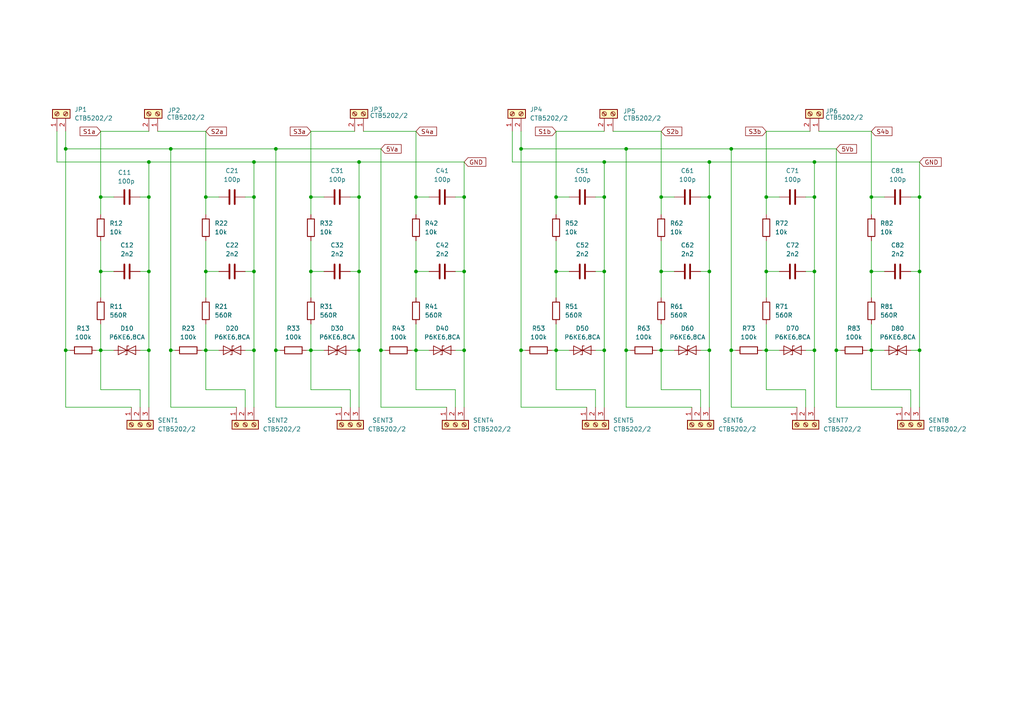
<source format=kicad_sch>
(kicad_sch (version 20231120) (generator "eeschema") (generator_version "8.0")
  (paper "A4")
  (lib_symbols
    (symbol "Connector:Screw_Terminal_01x02" (pin_names (offset 1.016) hide)
      (property "Reference" "J" (at 0 2.54 0))
      (property "Value" "Screw_Terminal_01x02" (at 0 -5.08 0))
      (symbol "Screw_Terminal_01x02_1_1"
        (rectangle (start -1.27 1.27) (end 1.27 -3.81) (stroke (width 0.254)) (fill (type background)))
        (circle (center 0 -2.54) (radius 0.635) (stroke (width 0.1524)))
        (polyline (pts (xy -0.5334 -2.2098) (xy 0.3302 -3.048)) (stroke (width 0.1524)))
        (polyline (pts (xy -0.5334 0.3302) (xy 0.3302 -0.508)) (stroke (width 0.1524)))
        (polyline (pts (xy -0.3556 -2.032) (xy 0.508 -2.8702)) (stroke (width 0.1524)))
        (polyline (pts (xy -0.3556 0.508) (xy 0.508 -0.3302)) (stroke (width 0.1524)))
        (circle (center 0 0) (radius 0.635) (stroke (width 0.1524)))
        (pin passive line (at -5.08 0 0) (length 3.81) (name "Pin_1") (number "1"))
        (pin passive line (at -5.08 -2.54 0) (length 3.81) (name "Pin_2") (number "2"))
      )
    )
    (symbol "Connector:Screw_Terminal_01x03" (pin_names (offset 1.016) hide)
      (property "Reference" "J" (at 0 5.08 0))
      (property "Value" "Screw_Terminal_01x03" (at 0 -5.08 0))
      (symbol "Screw_Terminal_01x03_1_1"
        (rectangle (start -1.27 3.81) (end 1.27 -3.81) (stroke (width 0.254)) (fill (type background)))
        (circle (center 0 -2.54) (radius 0.635) (stroke (width 0.1524)))
        (polyline (pts (xy -0.5334 -2.2098) (xy 0.3302 -3.048)) (stroke (width 0.1524)))
        (polyline (pts (xy -0.5334 0.3302) (xy 0.3302 -0.508)) (stroke (width 0.1524)))
        (polyline (pts (xy -0.5334 2.8702) (xy 0.3302 2.032)) (stroke (width 0.1524)))
        (polyline (pts (xy -0.3556 -2.032) (xy 0.508 -2.8702)) (stroke (width 0.1524)))
        (polyline (pts (xy -0.3556 0.508) (xy 0.508 -0.3302)) (stroke (width 0.1524)))
        (polyline (pts (xy -0.3556 3.048) (xy 0.508 2.2098)) (stroke (width 0.1524)))
        (circle (center 0 0) (radius 0.635) (stroke (width 0.1524)))
        (circle (center 0 2.54) (radius 0.635) (stroke (width 0.1524)))
        (pin passive line (at -5.08 2.54 0) (length 3.81) (name "Pin_1") (number "1"))
        (pin passive line (at -5.08 0 0) (length 3.81) (name "Pin_2") (number "2"))
        (pin passive line (at -5.08 -2.54 0) (length 3.81) (name "Pin_3") (number "3"))
      )
    )
    (symbol "Device:C" (pin_numbers hide) (pin_names (offset 0.254))
      (property "Reference" "C" (at 0.635 2.54 0))
      (property "Value" "C" (at 0.635 -2.54 0))
      (symbol "C_0_1"
        (polyline (pts (xy -2.032 -0.762) (xy 2.032 -0.762)) (stroke (width 0.508)))
        (polyline (pts (xy -2.032 0.762) (xy 2.032 0.762)) (stroke (width 0.508)))
      )
      (symbol "C_1_1"
        (pin passive line (at 0 3.81 270) (length 2.794) (name "~") (number "1"))
        (pin passive line (at 0 -3.81 90) (length 2.794) (name "~") (number "2"))
      )
    )
    (symbol "Device:R" (pin_numbers hide) (pin_names (offset 0))
      (property "Reference" "R" (at 2.032 0 90))
      (property "Value" "R" (at 0 0 90))
      (symbol "R_0_1"
        (rectangle (start -1.016 -2.54) (end 1.016 2.54) (stroke (width 0.254)))
      )
      (symbol "R_1_1"
        (pin passive line (at 0 3.81 270) (length 1.27) (name "~") (number "1"))
        (pin passive line (at 0 -3.81 90) (length 1.27) (name "~") (number "2"))
      )
    )
    (symbol "Diode:SD05_SOD323" (pin_numbers hide) (pin_names (offset 1.016) hide)
      (property "Reference" "D" (at 0 2.54 0))
      (property "Value" "SD05_SOD323" (at 0 -2.54 0))
      (symbol "SD05_SOD323_0_1"
        (polyline (pts (xy 1.27 0) (xy -1.27 0)))
        (polyline (pts (xy -2.54 -1.27) (xy 0 0) (xy -2.54 1.27) (xy -2.54 -1.27)) (stroke (width 0.2032)))
        (polyline (pts (xy 0.508 1.27) (xy 0 1.27) (xy 0 -1.27) (xy -0.508 -1.27)) (stroke (width 0.2032)))
        (polyline (pts (xy 2.54 1.27) (xy 2.54 -1.27) (xy 0 0) (xy 2.54 1.27)) (stroke (width 0.2032)))
      )
      (symbol "SD05_SOD323_1_1"
        (pin passive line (at -3.81 0 0) (length 2.54) (name "A1") (number "1"))
        (pin passive line (at 3.81 0 180) (length 2.54) (name "A2") (number "2"))
      )
    )
  )
  (junction (at 175.26 78.74))
  (junction (at 236.22 46.99))
  (junction (at 236.22 78.74))
  (junction (at 181.61 101.6))
  (junction (at 134.62 78.74))
  (junction (at 90.17 101.6))
  (junction (at 120.65 101.6))
  (junction (at 175.26 101.6))
  (junction (at 104.14 57.15))
  (junction (at 212.09 101.6))
  (junction (at 161.29 57.15))
  (junction (at 104.14 78.74))
  (junction (at 212.09 43.18))
  (junction (at 205.74 101.6))
  (junction (at 191.77 78.74))
  (junction (at 222.25 78.74))
  (junction (at 90.17 78.74))
  (junction (at 29.21 78.74))
  (junction (at 161.29 78.74))
  (junction (at 59.69 101.6))
  (junction (at 205.74 78.74))
  (junction (at 191.77 57.15))
  (junction (at 252.73 101.6))
  (junction (at 43.18 78.74))
  (junction (at 90.17 57.15))
  (junction (at 49.53 43.18))
  (junction (at 134.62 57.15))
  (junction (at 73.66 57.15))
  (junction (at 19.05 43.18))
  (junction (at 104.14 46.99))
  (junction (at 242.57 101.6))
  (junction (at 151.13 43.18))
  (junction (at 49.53 101.6))
  (junction (at 175.26 57.15))
  (junction (at 175.26 46.99))
  (junction (at 80.01 43.18))
  (junction (at 151.13 101.6))
  (junction (at 73.66 46.99))
  (junction (at 161.29 101.6))
  (junction (at 266.7 78.74))
  (junction (at 43.18 46.99))
  (junction (at 222.25 101.6))
  (junction (at 252.73 78.74))
  (junction (at 266.7 101.6))
  (junction (at 43.18 57.15))
  (junction (at 80.01 101.6))
  (junction (at 120.65 78.74))
  (junction (at 222.25 57.15))
  (junction (at 59.69 78.74))
  (junction (at 29.21 57.15))
  (junction (at 205.74 46.99))
  (junction (at 181.61 43.18))
  (junction (at 110.49 101.6))
  (junction (at 266.7 57.15))
  (junction (at 252.73 57.15))
  (junction (at 73.66 78.74))
  (junction (at 236.22 101.6))
  (junction (at 205.74 57.15))
  (junction (at 236.22 57.15))
  (junction (at 73.66 101.6))
  (junction (at 29.21 101.6))
  (junction (at 104.14 101.6))
  (junction (at 59.69 57.15))
  (junction (at 134.62 101.6))
  (junction (at 120.65 57.15))
  (junction (at 191.77 101.6))
  (junction (at 19.05 101.6))
  (junction (at 43.18 101.6))
  (wire (pts (xy 252.73 78.74) (xy 252.73 86.36)))
  (wire (pts (xy 172.72 101.6) (xy 175.26 101.6)))
  (wire (pts (xy 29.21 113.03) (xy 29.21 101.6)))
  (wire (pts (xy 71.12 101.6) (xy 73.66 101.6)))
  (wire (pts (xy 252.73 57.15) (xy 252.73 62.23)))
  (wire (pts (xy 43.18 101.6) (xy 43.18 118.11)))
  (wire (pts (xy 43.18 46.99) (xy 16.51 46.99)))
  (wire (pts (xy 252.73 101.6) (xy 256.54 101.6)))
  (wire (pts (xy 236.22 57.15) (xy 236.22 78.74)))
  (wire (pts (xy 29.21 38.1) (xy 43.18 38.1)))
  (wire (pts (xy 29.21 69.85) (xy 29.21 78.74)))
  (wire (pts (xy 191.77 113.03) (xy 191.77 101.6)))
  (wire (pts (xy 205.74 78.74) (xy 203.2 78.74)))
  (wire (pts (xy 222.25 113.03) (xy 222.25 101.6)))
  (wire (pts (xy 49.53 101.6) (xy 50.8 101.6)))
  (wire (pts (xy 16.51 46.99) (xy 16.51 38.1)))
  (wire (pts (xy 59.69 101.6) (xy 63.5 101.6)))
  (wire (pts (xy 40.64 101.6) (xy 43.18 101.6)))
  (wire (pts (xy 212.09 43.18) (xy 212.09 101.6)))
  (wire (pts (xy 266.7 46.99) (xy 266.7 57.15)))
  (wire (pts (xy 134.62 57.15) (xy 134.62 78.74)))
  (wire (pts (xy 165.1 78.74) (xy 161.29 78.74)))
  (wire (pts (xy 59.69 57.15) (xy 59.69 62.23)))
  (wire (pts (xy 19.05 38.1) (xy 19.05 43.18)))
  (wire (pts (xy 90.17 101.6) (xy 93.98 101.6)))
  (wire (pts (xy 172.72 57.15) (xy 175.26 57.15)))
  (wire (pts (xy 110.49 101.6) (xy 111.76 101.6)))
  (wire (pts (xy 90.17 113.03) (xy 90.17 101.6)))
  (wire (pts (xy 73.66 46.99) (xy 73.66 57.15)))
  (wire (pts (xy 172.72 118.11) (xy 172.72 113.03)))
  (wire (pts (xy 120.65 78.74) (xy 120.65 86.36)))
  (wire (pts (xy 161.29 69.85) (xy 161.29 78.74)))
  (wire (pts (xy 119.38 101.6) (xy 120.65 101.6)))
  (wire (pts (xy 80.01 43.18) (xy 80.01 101.6)))
  (wire (pts (xy 104.14 78.74) (xy 101.6 78.74)))
  (wire (pts (xy 252.73 57.15) (xy 256.54 57.15)))
  (wire (pts (xy 242.57 101.6) (xy 243.84 101.6)))
  (wire (pts (xy 73.66 78.74) (xy 73.66 101.6)))
  (wire (pts (xy 104.14 46.99) (xy 134.62 46.99)))
  (wire (pts (xy 191.77 101.6) (xy 191.77 93.98)))
  (wire (pts (xy 195.58 78.74) (xy 191.77 78.74)))
  (wire (pts (xy 71.12 113.03) (xy 59.69 113.03)))
  (wire (pts (xy 191.77 78.74) (xy 191.77 86.36)))
  (wire (pts (xy 222.25 78.74) (xy 222.25 86.36)))
  (wire (pts (xy 205.74 57.15) (xy 203.2 57.15)))
  (wire (pts (xy 251.46 101.6) (xy 252.73 101.6)))
  (wire (pts (xy 29.21 57.15) (xy 29.21 62.23)))
  (wire (pts (xy 161.29 38.1) (xy 175.26 38.1)))
  (wire (pts (xy 132.08 118.11) (xy 132.08 113.03)))
  (wire (pts (xy 90.17 57.15) (xy 93.98 57.15)))
  (wire (pts (xy 181.61 43.18) (xy 181.61 101.6)))
  (wire (pts (xy 177.8 38.1) (xy 191.77 38.1)))
  (wire (pts (xy 59.69 101.6) (xy 59.69 93.98)))
  (wire (pts (xy 40.64 113.03) (xy 29.21 113.03)))
  (wire (pts (xy 151.13 43.18) (xy 181.61 43.18)))
  (wire (pts (xy 49.53 43.18) (xy 49.53 101.6)))
  (wire (pts (xy 40.64 57.15) (xy 43.18 57.15)))
  (wire (pts (xy 252.73 101.6) (xy 252.73 93.98)))
  (wire (pts (xy 222.25 57.15) (xy 226.06 57.15)))
  (wire (pts (xy 151.13 38.1) (xy 151.13 43.18)))
  (wire (pts (xy 71.12 118.11) (xy 71.12 113.03)))
  (wire (pts (xy 73.66 46.99) (xy 104.14 46.99)))
  (wire (pts (xy 222.25 101.6) (xy 222.25 93.98)))
  (wire (pts (xy 19.05 101.6) (xy 19.05 118.11)))
  (wire (pts (xy 175.26 46.99) (xy 175.26 57.15)))
  (wire (pts (xy 29.21 57.15) (xy 33.02 57.15)))
  (wire (pts (xy 88.9 101.6) (xy 90.17 101.6)))
  (wire (pts (xy 242.57 43.18) (xy 242.57 101.6)))
  (wire (pts (xy 212.09 43.18) (xy 242.57 43.18)))
  (wire (pts (xy 222.25 101.6) (xy 226.06 101.6)))
  (wire (pts (xy 175.26 78.74) (xy 172.72 78.74)))
  (wire (pts (xy 252.73 113.03) (xy 252.73 101.6)))
  (wire (pts (xy 134.62 78.74) (xy 132.08 78.74)))
  (wire (pts (xy 175.26 46.99) (xy 205.74 46.99)))
  (wire (pts (xy 132.08 113.03) (xy 120.65 113.03)))
  (wire (pts (xy 266.7 101.6) (xy 266.7 118.11)))
  (wire (pts (xy 212.09 101.6) (xy 213.36 101.6)))
  (wire (pts (xy 104.14 57.15) (xy 104.14 78.74)))
  (wire (pts (xy 45.72 38.1) (xy 59.69 38.1)))
  (wire (pts (xy 161.29 78.74) (xy 161.29 86.36)))
  (wire (pts (xy 59.69 57.15) (xy 63.5 57.15)))
  (wire (pts (xy 170.18 118.11) (xy 151.13 118.11)))
  (wire (pts (xy 161.29 38.1) (xy 161.29 57.15)))
  (wire (pts (xy 73.66 78.74) (xy 71.12 78.74)))
  (wire (pts (xy 222.25 69.85) (xy 222.25 78.74)))
  (wire (pts (xy 90.17 69.85) (xy 90.17 78.74)))
  (wire (pts (xy 104.14 101.6) (xy 104.14 118.11)))
  (wire (pts (xy 205.74 46.99) (xy 236.22 46.99)))
  (wire (pts (xy 161.29 57.15) (xy 165.1 57.15)))
  (wire (pts (xy 132.08 101.6) (xy 134.62 101.6)))
  (wire (pts (xy 264.16 118.11) (xy 264.16 113.03)))
  (wire (pts (xy 99.06 118.11) (xy 80.01 118.11)))
  (wire (pts (xy 90.17 57.15) (xy 90.17 38.1)))
  (wire (pts (xy 233.68 101.6) (xy 236.22 101.6)))
  (wire (pts (xy 40.64 118.11) (xy 40.64 113.03)))
  (wire (pts (xy 266.7 78.74) (xy 264.16 78.74)))
  (wire (pts (xy 43.18 78.74) (xy 40.64 78.74)))
  (wire (pts (xy 264.16 101.6) (xy 266.7 101.6)))
  (wire (pts (xy 172.72 113.03) (xy 161.29 113.03)))
  (wire (pts (xy 73.66 46.99) (xy 43.18 46.99)))
  (wire (pts (xy 160.02 101.6) (xy 161.29 101.6)))
  (wire (pts (xy 175.26 78.74) (xy 175.26 101.6)))
  (wire (pts (xy 252.73 69.85) (xy 252.73 78.74)))
  (wire (pts (xy 134.62 101.6) (xy 134.62 118.11)))
  (wire (pts (xy 252.73 38.1) (xy 252.73 57.15)))
  (wire (pts (xy 90.17 101.6) (xy 90.17 93.98)))
  (wire (pts (xy 120.65 101.6) (xy 120.65 93.98)))
  (wire (pts (xy 120.65 38.1) (xy 120.65 57.15)))
  (wire (pts (xy 59.69 38.1) (xy 59.69 57.15)))
  (wire (pts (xy 101.6 101.6) (xy 104.14 101.6)))
  (wire (pts (xy 80.01 43.18) (xy 110.49 43.18)))
  (wire (pts (xy 236.22 78.74) (xy 233.68 78.74)))
  (wire (pts (xy 110.49 101.6) (xy 110.49 118.11)))
  (wire (pts (xy 80.01 101.6) (xy 81.28 101.6)))
  (wire (pts (xy 226.06 78.74) (xy 222.25 78.74)))
  (wire (pts (xy 104.14 46.99) (xy 104.14 57.15)))
  (wire (pts (xy 43.18 78.74) (xy 43.18 101.6)))
  (wire (pts (xy 120.65 57.15) (xy 120.65 62.23)))
  (wire (pts (xy 151.13 43.18) (xy 151.13 101.6)))
  (wire (pts (xy 233.68 118.11) (xy 233.68 113.03)))
  (wire (pts (xy 205.74 78.74) (xy 205.74 101.6)))
  (wire (pts (xy 148.59 38.1) (xy 148.59 46.99)))
  (wire (pts (xy 190.5 101.6) (xy 191.77 101.6)))
  (wire (pts (xy 236.22 78.74) (xy 236.22 101.6)))
  (wire (pts (xy 231.14 118.11) (xy 212.09 118.11)))
  (wire (pts (xy 236.22 101.6) (xy 236.22 118.11)))
  (wire (pts (xy 181.61 101.6) (xy 182.88 101.6)))
  (wire (pts (xy 266.7 57.15) (xy 264.16 57.15)))
  (wire (pts (xy 161.29 101.6) (xy 165.1 101.6)))
  (wire (pts (xy 161.29 101.6) (xy 161.29 93.98)))
  (wire (pts (xy 59.69 113.03) (xy 59.69 101.6)))
  (wire (pts (xy 90.17 78.74) (xy 90.17 86.36)))
  (wire (pts (xy 134.62 78.74) (xy 134.62 101.6)))
  (wire (pts (xy 161.29 57.15) (xy 161.29 62.23)))
  (wire (pts (xy 151.13 101.6) (xy 151.13 118.11)))
  (wire (pts (xy 93.98 78.74) (xy 90.17 78.74)))
  (wire (pts (xy 181.61 43.18) (xy 212.09 43.18)))
  (wire (pts (xy 19.05 43.18) (xy 19.05 101.6)))
  (wire (pts (xy 101.6 118.11) (xy 101.6 113.03)))
  (wire (pts (xy 205.74 46.99) (xy 205.74 57.15)))
  (wire (pts (xy 205.74 57.15) (xy 205.74 78.74)))
  (wire (pts (xy 120.65 101.6) (xy 124.46 101.6)))
  (wire (pts (xy 203.2 118.11) (xy 203.2 113.03)))
  (wire (pts (xy 181.61 101.6) (xy 181.61 118.11)))
  (wire (pts (xy 58.42 101.6) (xy 59.69 101.6)))
  (wire (pts (xy 49.53 118.11) (xy 68.58 118.11)))
  (wire (pts (xy 29.21 38.1) (xy 29.21 57.15)))
  (wire (pts (xy 236.22 57.15) (xy 233.68 57.15)))
  (wire (pts (xy 266.7 78.74) (xy 266.7 101.6)))
  (wire (pts (xy 175.26 101.6) (xy 175.26 118.11)))
  (wire (pts (xy 256.54 78.74) (xy 252.73 78.74)))
  (wire (pts (xy 203.2 113.03) (xy 191.77 113.03)))
  (wire (pts (xy 236.22 46.99) (xy 236.22 57.15)))
  (wire (pts (xy 191.77 38.1) (xy 191.77 57.15)))
  (wire (pts (xy 63.5 78.74) (xy 59.69 78.74)))
  (wire (pts (xy 19.05 101.6) (xy 20.32 101.6)))
  (wire (pts (xy 134.62 46.99) (xy 134.62 57.15)))
  (wire (pts (xy 73.66 57.15) (xy 71.12 57.15)))
  (wire (pts (xy 203.2 101.6) (xy 205.74 101.6)))
  (wire (pts (xy 120.65 69.85) (xy 120.65 78.74)))
  (wire (pts (xy 233.68 113.03) (xy 222.25 113.03)))
  (wire (pts (xy 105.41 38.1) (xy 120.65 38.1)))
  (wire (pts (xy 90.17 57.15) (xy 90.17 62.23)))
  (wire (pts (xy 120.65 113.03) (xy 120.65 101.6)))
  (wire (pts (xy 191.77 69.85) (xy 191.77 78.74)))
  (wire (pts (xy 266.7 57.15) (xy 266.7 78.74)))
  (wire (pts (xy 220.98 101.6) (xy 222.25 101.6)))
  (wire (pts (xy 175.26 57.15) (xy 175.26 78.74)))
  (wire (pts (xy 29.21 101.6) (xy 33.02 101.6)))
  (wire (pts (xy 59.69 78.74) (xy 59.69 86.36)))
  (wire (pts (xy 191.77 57.15) (xy 195.58 57.15)))
  (wire (pts (xy 49.53 43.18) (xy 80.01 43.18)))
  (wire (pts (xy 33.02 78.74) (xy 29.21 78.74)))
  (wire (pts (xy 104.14 57.15) (xy 101.6 57.15)))
  (wire (pts (xy 191.77 57.15) (xy 191.77 62.23)))
  (wire (pts (xy 261.62 118.11) (xy 242.57 118.11)))
  (wire (pts (xy 90.17 38.1) (xy 102.87 38.1)))
  (wire (pts (xy 129.54 118.11) (xy 110.49 118.11)))
  (wire (pts (xy 29.21 78.74) (xy 29.21 86.36)))
  (wire (pts (xy 222.25 38.1) (xy 234.95 38.1)))
  (wire (pts (xy 19.05 43.18) (xy 49.53 43.18)))
  (wire (pts (xy 29.21 101.6) (xy 29.21 93.98)))
  (wire (pts (xy 120.65 57.15) (xy 124.46 57.15)))
  (wire (pts (xy 242.57 101.6) (xy 242.57 118.11)))
  (wire (pts (xy 59.69 69.85) (xy 59.69 78.74)))
  (wire (pts (xy 264.16 113.03) (xy 252.73 113.03)))
  (wire (pts (xy 43.18 46.99) (xy 43.18 57.15)))
  (wire (pts (xy 191.77 101.6) (xy 195.58 101.6)))
  (wire (pts (xy 101.6 113.03) (xy 90.17 113.03)))
  (wire (pts (xy 49.53 101.6) (xy 49.53 118.11)))
  (wire (pts (xy 222.25 57.15) (xy 222.25 62.23)))
  (wire (pts (xy 73.66 57.15) (xy 73.66 78.74)))
  (wire (pts (xy 73.66 101.6) (xy 73.66 118.11)))
  (wire (pts (xy 205.74 101.6) (xy 205.74 118.11)))
  (wire (pts (xy 236.22 46.99) (xy 266.7 46.99)))
  (wire (pts (xy 38.1 118.11) (xy 19.05 118.11)))
  (wire (pts (xy 104.14 78.74) (xy 104.14 101.6)))
  (wire (pts (xy 181.61 118.11) (xy 200.66 118.11)))
  (wire (pts (xy 222.25 57.15) (xy 222.25 38.1)))
  (wire (pts (xy 124.46 78.74) (xy 120.65 78.74)))
  (wire (pts (xy 212.09 101.6) (xy 212.09 118.11)))
  (wire (pts (xy 80.01 101.6) (xy 80.01 118.11)))
  (wire (pts (xy 134.62 57.15) (xy 132.08 57.15)))
  (wire (pts (xy 151.13 101.6) (xy 152.4 101.6)))
  (wire (pts (xy 237.49 38.1) (xy 252.73 38.1)))
  (wire (pts (xy 27.94 101.6) (xy 29.21 101.6)))
  (wire (pts (xy 148.59 46.99) (xy 175.26 46.99)))
  (wire (pts (xy 161.29 113.03) (xy 161.29 101.6)))
  (wire (pts (xy 110.49 43.18) (xy 110.49 101.6)))
  (wire (pts (xy 43.18 57.15) (xy 43.18 78.74)))
  (global_label "S2a" (shape input) (at 59.69 38.1 0) (property "Intersheetrefs" "${INTERSHEET_REFS}" (effects (hide yes))))
  (global_label "GND" (shape input) (at 266.7 46.99 0) (property "Intersheetrefs" "${INTERSHEET_REFS}" (effects (hide yes))))
  (global_label "S2b" (shape input) (at 191.77 38.1 0) (property "Intersheetrefs" "${INTERSHEET_REFS}" (effects (hide yes))))
  (global_label "S3b" (shape input) (at 222.25 38.1 180) (property "Intersheetrefs" "${INTERSHEET_REFS}" (effects (hide yes))))
  (global_label "GND" (shape input) (at 134.62 46.99 0) (property "Intersheetrefs" "${INTERSHEET_REFS}" (effects (hide yes))))
  (global_label "S1a" (shape input) (at 29.21 38.1 180) (property "Intersheetrefs" "${INTERSHEET_REFS}" (effects (hide yes))))
  (global_label "S4a" (shape input) (at 120.65 38.1 0) (property "Intersheetrefs" "${INTERSHEET_REFS}" (effects (hide yes))))
  (global_label "S1b" (shape input) (at 161.29 38.1 180) (property "Intersheetrefs" "${INTERSHEET_REFS}" (effects (hide yes))))
  (global_label "S3a" (shape input) (at 90.17 38.1 180) (property "Intersheetrefs" "${INTERSHEET_REFS}" (effects (hide yes))))
  (global_label "S4b" (shape input) (at 252.73 38.1 0) (property "Intersheetrefs" "${INTERSHEET_REFS}" (effects (hide yes))))
  (global_label "5Va" (shape input) (at 110.49 43.18 0) (property "Intersheetrefs" "${INTERSHEET_REFS}" (effects (hide yes))))
  (global_label "5Vb" (shape input) (at 242.57 43.18 0) (property "Intersheetrefs" "${INTERSHEET_REFS}" (effects (hide yes))))
  (symbol (lib_id "Connector:Screw_Terminal_01x02") (at 177.8 33.02 270) (mirror x) (unit 1)
    (property "Reference" "JP5" (at 184.404 32.258 90) (effects (justify right)))
    (property "Value" "CTB5202/2" (at 191.77 34.29 90) (effects (justify right)))
    (property "Footprint" "TerminalBlock_RND:TerminalBlock_RND_205-00001_1x02_P5.00mm_Horizontal" (effects (hide yes)))
    (property "Description" "Generic screw terminal, single row, 01x02, script generated (kicad-library-utils/schlib/autogen/connector/)" (effects (hide yes)))
  )
  (symbol (lib_id "Connector:Screw_Terminal_01x03") (at 172.72 123.19 90) (mirror x) (unit 1)
    (property "Reference" "SENT5" (at 177.8 121.92 90) (effects (justify right)))
    (property "Value" "CTB5202/2" (at 177.8 124.46 90) (effects (justify right)))
    (property "Footprint" "TerminalBlock_RND:TerminalBlock_RND_205-00002_1x03_P5.00mm_Horizontal" (effects (hide yes)))
    (property "Description" "Generic screw terminal, single row, 01x03, script generated (kicad-library-utils/schlib/autogen/connector/)" (effects (hide yes)))
  )
  (symbol (lib_id "Device:R") (at 85.09 101.6 90) (unit 1)
    (property "Reference" "R33" (at 85.09 95.25 90))
    (property "Value" "100k" (at 85.09 97.79 90))
    (property "Footprint" "Resistor_THT:R_Axial_DIN0207_L6.3mm_D2.5mm_P10.16mm_Horizontal" (effects (hide yes)))
    (property "Description" "Resistor" (effects (hide yes)))
  )
  (symbol (lib_id "Device:R") (at 29.21 66.04 0) (unit 1)
    (property "Reference" "R12" (at 31.75 64.77 0) (effects (justify left)))
    (property "Value" "10k" (at 31.75 67.31 0) (effects (justify left)))
    (property "Footprint" "Resistor_THT:R_Axial_DIN0207_L6.3mm_D2.5mm_P10.16mm_Horizontal" (effects (hide yes)))
    (property "Description" "Resistor" (effects (hide yes)))
  )
  (symbol (lib_id "Diode:SD05_SOD323") (at 97.79 101.6 0) (unit 1)
    (property "Reference" "D30" (at 97.79 95.25 0))
    (property "Value" "P6KE6,8CA" (at 97.79 97.79 0))
    (property "Footprint" "Diode_SMD:D_SOD-323" (effects (hide yes)))
    (property "Datasheet" "https://www.littelfuse.com/~/media/electronics/datasheets/tvs_diode_arrays/littelfuse_tvs_diode_array_sd_c_datasheet.pdf.pdf" (effects (hide yes)))
    (property "Description" "5V, 450W Discrete Bidirectional TVS Diode, SOD-323" (effects (hide yes)))
  )
  (symbol (lib_id "Device:C") (at 168.91 57.15 90) (unit 1)
    (property "Reference" "C51" (at 168.91 49.53 90))
    (property "Value" "100p" (at 168.91 52.07 90))
    (property "Footprint" "Capacitor_THT:C_Disc_D6.0mm_W2.5mm_P5.00mm" (effects (hide yes)))
    (property "Description" "Unpolarized capacitor" (effects (hide yes)))
  )
  (symbol (lib_id "Device:C") (at 260.35 78.74 90) (unit 1)
    (property "Reference" "C82" (at 260.35 71.12 90))
    (property "Value" "2n2" (at 260.35 73.66 90))
    (property "Footprint" "Capacitor_THT:C_Rect_L7.2mm_W3.0mm_P5.00mm_FKS2_FKP2_MKS2_MKP2" (effects (hide yes)))
    (property "Description" "Unpolarized capacitor" (effects (hide yes)))
  )
  (symbol (lib_id "Diode:SD05_SOD323") (at 128.27 101.6 0) (unit 1)
    (property "Reference" "D40" (at 128.27 95.25 0))
    (property "Value" "P6KE6,8CA" (at 128.27 97.79 0))
    (property "Footprint" "Diode_SMD:D_SOD-323" (effects (hide yes)))
    (property "Datasheet" "https://www.littelfuse.com/~/media/electronics/datasheets/tvs_diode_arrays/littelfuse_tvs_diode_array_sd_c_datasheet.pdf.pdf" (effects (hide yes)))
    (property "Description" "5V, 450W Discrete Bidirectional TVS Diode, SOD-323" (effects (hide yes)))
  )
  (symbol (lib_id "Device:R") (at 217.17 101.6 90) (unit 1)
    (property "Reference" "R73" (at 217.17 95.25 90))
    (property "Value" "100k" (at 217.17 97.79 90))
    (property "Footprint" "Resistor_THT:R_Axial_DIN0207_L6.3mm_D2.5mm_P10.16mm_Horizontal" (effects (hide yes)))
    (property "Description" "Resistor" (effects (hide yes)))
  )
  (symbol (lib_id "Device:R") (at 161.29 90.17 0) (unit 1)
    (property "Reference" "R51" (at 163.83 88.9 0) (effects (justify left)))
    (property "Value" "560R" (at 163.83 91.44 0) (effects (justify left)))
    (property "Footprint" "Resistor_THT:R_Axial_DIN0207_L6.3mm_D2.5mm_P10.16mm_Horizontal" (effects (hide yes)))
    (property "Description" "Resistor" (effects (hide yes)))
  )
  (symbol (lib_id "Device:R") (at 115.57 101.6 90) (unit 1)
    (property "Reference" "R43" (at 115.57 95.25 90))
    (property "Value" "100k" (at 115.57 97.79 90))
    (property "Footprint" "Resistor_THT:R_Axial_DIN0207_L6.3mm_D2.5mm_P10.16mm_Horizontal" (effects (hide yes)))
    (property "Description" "Resistor" (effects (hide yes)))
  )
  (symbol (lib_id "Device:R") (at 191.77 90.17 0) (unit 1)
    (property "Reference" "R61" (at 194.31 88.9 0) (effects (justify left)))
    (property "Value" "560R" (at 194.31 91.44 0) (effects (justify left)))
    (property "Footprint" "Resistor_THT:R_Axial_DIN0207_L6.3mm_D2.5mm_P10.16mm_Horizontal" (effects (hide yes)))
    (property "Description" "Resistor" (effects (hide yes)))
  )
  (symbol (lib_id "Device:R") (at 222.25 66.04 0) (unit 1)
    (property "Reference" "R72" (at 224.79 64.77 0) (effects (justify left)))
    (property "Value" "10k" (at 224.79 67.31 0) (effects (justify left)))
    (property "Footprint" "Resistor_THT:R_Axial_DIN0207_L6.3mm_D2.5mm_P10.16mm_Horizontal" (effects (hide yes)))
    (property "Description" "Resistor" (effects (hide yes)))
  )
  (symbol (lib_id "Connector:Screw_Terminal_01x03") (at 132.08 123.19 90) (mirror x) (unit 1)
    (property "Reference" "SENT4" (at 137.16 121.92 90) (effects (justify right)))
    (property "Value" "CTB5202/2" (at 137.16 124.46 90) (effects (justify right)))
    (property "Footprint" "TerminalBlock_RND:TerminalBlock_RND_205-00002_1x03_P5.00mm_Horizontal" (effects (hide yes)))
    (property "Description" "Generic screw terminal, single row, 01x03, script generated (kicad-library-utils/schlib/autogen/connector/)" (effects (hide yes)))
  )
  (symbol (lib_id "Device:R") (at 186.69 101.6 90) (unit 1)
    (property "Reference" "R63" (at 186.69 95.25 90))
    (property "Value" "100k" (at 186.69 97.79 90))
    (property "Footprint" "Resistor_THT:R_Axial_DIN0207_L6.3mm_D2.5mm_P10.16mm_Horizontal" (effects (hide yes)))
    (property "Description" "Resistor" (effects (hide yes)))
  )
  (symbol (lib_id "Diode:SD05_SOD323") (at 229.87 101.6 0) (unit 1)
    (property "Reference" "D70" (at 229.87 95.25 0))
    (property "Value" "P6KE6,8CA" (at 229.87 97.79 0))
    (property "Footprint" "Diode_SMD:D_SOD-323" (effects (hide yes)))
    (property "Datasheet" "https://www.littelfuse.com/~/media/electronics/datasheets/tvs_diode_arrays/littelfuse_tvs_diode_array_sd_c_datasheet.pdf.pdf" (effects (hide yes)))
    (property "Description" "5V, 450W Discrete Bidirectional TVS Diode, SOD-323" (effects (hide yes)))
  )
  (symbol (lib_id "Diode:SD05_SOD323") (at 199.39 101.6 0) (unit 1)
    (property "Reference" "D60" (at 199.39 95.25 0))
    (property "Value" "P6KE6,8CA" (at 199.39 97.79 0))
    (property "Footprint" "Diode_SMD:D_SOD-323" (effects (hide yes)))
    (property "Datasheet" "https://www.littelfuse.com/~/media/electronics/datasheets/tvs_diode_arrays/littelfuse_tvs_diode_array_sd_c_datasheet.pdf.pdf" (effects (hide yes)))
    (property "Description" "5V, 450W Discrete Bidirectional TVS Diode, SOD-323" (effects (hide yes)))
  )
  (symbol (lib_id "Device:C") (at 67.31 57.15 90) (unit 1)
    (property "Reference" "C21" (at 67.31 49.53 90))
    (property "Value" "100p" (at 67.31 52.07 90))
    (property "Footprint" "Capacitor_THT:C_Disc_D6.0mm_W2.5mm_P5.00mm" (effects (hide yes)))
    (property "Description" "Unpolarized capacitor" (effects (hide yes)))
  )
  (symbol (lib_id "Device:C") (at 67.31 78.74 90) (unit 1)
    (property "Reference" "C22" (at 67.31 71.12 90))
    (property "Value" "2n2" (at 67.31 73.66 90))
    (property "Footprint" "Capacitor_THT:C_Rect_L7.2mm_W3.0mm_P5.00mm_FKS2_FKP2_MKS2_MKP2" (effects (hide yes)))
    (property "Description" "Unpolarized capacitor" (effects (hide yes)))
  )
  (symbol (lib_id "Device:R") (at 90.17 90.17 0) (unit 1)
    (property "Reference" "R31" (at 92.71 88.9 0) (effects (justify left)))
    (property "Value" "560R" (at 92.71 91.44 0) (effects (justify left)))
    (property "Footprint" "Resistor_THT:R_Axial_DIN0207_L6.3mm_D2.5mm_P10.16mm_Horizontal" (effects (hide yes)))
    (property "Description" "Resistor" (effects (hide yes)))
  )
  (symbol (lib_id "Device:R") (at 191.77 66.04 0) (unit 1)
    (property "Reference" "R62" (at 194.31 64.77 0) (effects (justify left)))
    (property "Value" "10k" (at 194.31 67.31 0) (effects (justify left)))
    (property "Footprint" "Resistor_THT:R_Axial_DIN0207_L6.3mm_D2.5mm_P10.16mm_Horizontal" (effects (hide yes)))
    (property "Description" "Resistor" (effects (hide yes)))
  )
  (symbol (lib_id "Device:C") (at 128.27 78.74 90) (unit 1)
    (property "Reference" "C42" (at 128.27 71.12 90))
    (property "Value" "2n2" (at 128.27 73.66 90))
    (property "Footprint" "Capacitor_THT:C_Rect_L7.2mm_W3.0mm_P5.00mm_FKS2_FKP2_MKS2_MKP2" (effects (hide yes)))
    (property "Description" "Unpolarized capacitor" (effects (hide yes)))
  )
  (symbol (lib_id "Connector:Screw_Terminal_01x03") (at 71.12 123.19 90) (mirror x) (unit 1)
    (property "Reference" "SENT2" (at 77.47 121.92 90) (effects (justify right)))
    (property "Value" "CTB5202/2" (at 76.2 124.46 90) (effects (justify right)))
    (property "Footprint" "TerminalBlock_RND:TerminalBlock_RND_205-00002_1x03_P5.00mm_Horizontal" (effects (hide yes)))
    (property "Description" "Generic screw terminal, single row, 01x03, script generated (kicad-library-utils/schlib/autogen/connector/)" (effects (hide yes)))
  )
  (symbol (lib_id "Device:R") (at 252.73 66.04 0) (unit 1)
    (property "Reference" "R82" (at 255.27 64.77 0) (effects (justify left)))
    (property "Value" "10k" (at 255.27 67.31 0) (effects (justify left)))
    (property "Footprint" "Resistor_THT:R_Axial_DIN0207_L6.3mm_D2.5mm_P10.16mm_Horizontal" (effects (hide yes)))
    (property "Description" "Resistor" (effects (hide yes)))
  )
  (symbol (lib_id "Device:R") (at 120.65 90.17 0) (unit 1)
    (property "Reference" "R41" (at 123.19 88.9 0) (effects (justify left)))
    (property "Value" "560R" (at 123.19 91.44 0) (effects (justify left)))
    (property "Footprint" "Resistor_THT:R_Axial_DIN0207_L6.3mm_D2.5mm_P10.16mm_Horizontal" (effects (hide yes)))
    (property "Description" "Resistor" (effects (hide yes)))
  )
  (symbol (lib_id "Device:C") (at 229.87 57.15 90) (unit 1)
    (property "Reference" "C71" (at 229.87 49.53 90))
    (property "Value" "100p" (at 229.87 52.07 90))
    (property "Footprint" "Capacitor_THT:C_Disc_D6.0mm_W2.5mm_P5.00mm" (effects (hide yes)))
    (property "Description" "Unpolarized capacitor" (effects (hide yes)))
  )
  (symbol (lib_id "Device:R") (at 161.29 66.04 0) (unit 1)
    (property "Reference" "R52" (at 163.83 64.77 0) (effects (justify left)))
    (property "Value" "10k" (at 163.83 67.31 0) (effects (justify left)))
    (property "Footprint" "Resistor_THT:R_Axial_DIN0207_L6.3mm_D2.5mm_P10.16mm_Horizontal" (effects (hide yes)))
    (property "Description" "Resistor" (effects (hide yes)))
  )
  (symbol (lib_id "Device:C") (at 199.39 78.74 90) (unit 1)
    (property "Reference" "C62" (at 199.39 71.12 90))
    (property "Value" "2n2" (at 199.39 73.66 90))
    (property "Footprint" "Capacitor_THT:C_Rect_L7.2mm_W3.0mm_P5.00mm_FKS2_FKP2_MKS2_MKP2" (effects (hide yes)))
    (property "Description" "Unpolarized capacitor" (effects (hide yes)))
  )
  (symbol (lib_id "Diode:SD05_SOD323") (at 260.35 101.6 0) (unit 1)
    (property "Reference" "D80" (at 260.35 95.25 0))
    (property "Value" "P6KE6,8CA" (at 260.35 97.79 0))
    (property "Footprint" "Diode_SMD:D_SOD-323" (effects (hide yes)))
    (property "Datasheet" "https://www.littelfuse.com/~/media/electronics/datasheets/tvs_diode_arrays/littelfuse_tvs_diode_array_sd_c_datasheet.pdf.pdf" (effects (hide yes)))
    (property "Description" "5V, 450W Discrete Bidirectional TVS Diode, SOD-323" (effects (hide yes)))
  )
  (symbol (lib_id "Connector:Screw_Terminal_01x02") (at 148.59 33.02 90) (unit 1)
    (property "Reference" "JP4" (at 153.67 31.7499 90) (effects (justify right)))
    (property "Value" "CTB5202/2" (at 153.67 34.2899 90) (effects (justify right)))
    (property "Footprint" "TerminalBlock_RND:TerminalBlock_RND_205-00001_1x02_P5.00mm_Horizontal" (effects (hide yes)))
    (property "Description" "Generic screw terminal, single row, 01x02, script generated (kicad-library-utils/schlib/autogen/connector/)" (effects (hide yes)))
  )
  (symbol (lib_id "Connector:Screw_Terminal_01x03") (at 233.68 123.19 90) (mirror x) (unit 1)
    (property "Reference" "SENT7" (at 240.03 121.92 90) (effects (justify right)))
    (property "Value" "CTB5202/2" (at 238.76 124.46 90) (effects (justify right)))
    (property "Footprint" "TerminalBlock_RND:TerminalBlock_RND_205-00002_1x03_P5.00mm_Horizontal" (effects (hide yes)))
    (property "Description" "Generic screw terminal, single row, 01x03, script generated (kicad-library-utils/schlib/autogen/connector/)" (effects (hide yes)))
  )
  (symbol (lib_id "Device:R") (at 59.69 90.17 0) (unit 1)
    (property "Reference" "R21" (at 62.23 88.9 0) (effects (justify left)))
    (property "Value" "560R" (at 62.23 91.44 0) (effects (justify left)))
    (property "Footprint" "Resistor_THT:R_Axial_DIN0207_L6.3mm_D2.5mm_P10.16mm_Horizontal" (effects (hide yes)))
    (property "Description" "Resistor" (effects (hide yes)))
  )
  (symbol (lib_id "Connector:Screw_Terminal_01x03") (at 203.2 123.19 90) (mirror x) (unit 1)
    (property "Reference" "SENT6" (at 209.55 121.92 90) (effects (justify right)))
    (property "Value" "CTB5202/2" (at 208.28 124.46 90) (effects (justify right)))
    (property "Footprint" "TerminalBlock_RND:TerminalBlock_RND_205-00002_1x03_P5.00mm_Horizontal" (effects (hide yes)))
    (property "Description" "Generic screw terminal, single row, 01x03, script generated (kicad-library-utils/schlib/autogen/connector/)" (effects (hide yes)))
  )
  (symbol (lib_id "Device:C") (at 97.79 57.15 90) (unit 1)
    (property "Reference" "C31" (at 97.79 49.53 90))
    (property "Value" "100p" (at 97.79 52.07 90))
    (property "Footprint" "Capacitor_THT:C_Disc_D6.0mm_W2.5mm_P5.00mm" (effects (hide yes)))
    (property "Description" "Unpolarized capacitor" (effects (hide yes)))
  )
  (symbol (lib_id "Device:R") (at 252.73 90.17 0) (unit 1)
    (property "Reference" "R81" (at 255.27 88.9 0) (effects (justify left)))
    (property "Value" "560R" (at 255.27 91.44 0) (effects (justify left)))
    (property "Footprint" "Resistor_THT:R_Axial_DIN0207_L6.3mm_D2.5mm_P10.16mm_Horizontal" (effects (hide yes)))
    (property "Description" "Resistor" (effects (hide yes)))
  )
  (symbol (lib_id "Device:C") (at 97.79 78.74 90) (unit 1)
    (property "Reference" "C32" (at 97.79 71.12 90))
    (property "Value" "2n2" (at 97.79 73.66 90))
    (property "Footprint" "Capacitor_THT:C_Rect_L7.2mm_W3.0mm_P5.00mm_FKS2_FKP2_MKS2_MKP2" (effects (hide yes)))
    (property "Description" "Unpolarized capacitor" (effects (hide yes)))
  )
  (symbol (lib_id "Device:R") (at 120.65 66.04 0) (unit 1)
    (property "Reference" "R42" (at 123.19 64.77 0) (effects (justify left)))
    (property "Value" "10k" (at 123.19 67.31 0) (effects (justify left)))
    (property "Footprint" "Resistor_THT:R_Axial_DIN0207_L6.3mm_D2.5mm_P10.16mm_Horizontal" (effects (hide yes)))
    (property "Description" "Resistor" (effects (hide yes)))
  )
  (symbol (lib_id "Device:C") (at 199.39 57.15 90) (unit 1)
    (property "Reference" "C61" (at 199.39 49.53 90))
    (property "Value" "100p" (at 199.39 52.07 90))
    (property "Footprint" "Capacitor_THT:C_Disc_D6.0mm_W2.5mm_P5.00mm" (effects (hide yes)))
    (property "Description" "Unpolarized capacitor" (effects (hide yes)))
  )
  (symbol (lib_id "Connector:Screw_Terminal_01x03") (at 264.16 123.19 90) (mirror x) (unit 1)
    (property "Reference" "SENT8" (at 269.24 121.92 90) (effects (justify right)))
    (property "Value" "CTB5202/2" (at 269.24 124.46 90) (effects (justify right)))
    (property "Footprint" "TerminalBlock_RND:TerminalBlock_RND_205-00002_1x03_P5.00mm_Horizontal" (effects (hide yes)))
    (property "Description" "Generic screw terminal, single row, 01x03, script generated (kicad-library-utils/schlib/autogen/connector/)" (effects (hide yes)))
  )
  (symbol (lib_id "Connector:Screw_Terminal_01x02") (at 45.72 33.02 270) (mirror x) (unit 1)
    (property "Reference" "JP2" (at 52.324 32.004 90) (effects (justify right)))
    (property "Value" "CTB5202/2" (at 59.436 34.036 90) (effects (justify right)))
    (property "Footprint" "TerminalBlock_RND:TerminalBlock_RND_205-00001_1x02_P5.00mm_Horizontal" (effects (hide yes)))
    (property "Description" "Generic screw terminal, single row, 01x02, script generated (kicad-library-utils/schlib/autogen/connector/)" (effects (hide yes)))
  )
  (symbol (lib_id "Device:R") (at 24.13 101.6 270) (unit 1)
    (property "Reference" "R13" (at 24.13 95.25 90))
    (property "Value" "100k" (at 24.13 97.79 90))
    (property "Footprint" "Resistor_THT:R_Axial_DIN0207_L6.3mm_D2.5mm_P10.16mm_Horizontal" (effects (hide yes)))
    (property "Description" "Resistor" (effects (hide yes)))
  )
  (symbol (lib_id "Diode:SD05_SOD323") (at 67.31 101.6 0) (unit 1)
    (property "Reference" "D20" (at 67.31 95.25 0))
    (property "Value" "P6KE6,8CA" (at 67.31 97.79 0))
    (property "Footprint" "Diode_SMD:D_SOD-323" (effects (hide yes)))
    (property "Datasheet" "https://www.littelfuse.com/~/media/electronics/datasheets/tvs_diode_arrays/littelfuse_tvs_diode_array_sd_c_datasheet.pdf.pdf" (effects (hide yes)))
    (property "Description" "5V, 450W Discrete Bidirectional TVS Diode, SOD-323" (effects (hide yes)))
  )
  (symbol (lib_id "Device:C") (at 229.87 78.74 90) (unit 1)
    (property "Reference" "C72" (at 229.87 71.12 90))
    (property "Value" "2n2" (at 229.87 73.66 90))
    (property "Footprint" "Capacitor_THT:C_Rect_L7.2mm_W3.0mm_P5.00mm_FKS2_FKP2_MKS2_MKP2" (effects (hide yes)))
    (property "Description" "Unpolarized capacitor" (effects (hide yes)))
  )
  (symbol (lib_id "Device:R") (at 54.61 101.6 90) (unit 1)
    (property "Reference" "R23" (at 54.61 95.25 90))
    (property "Value" "100k" (at 54.61 97.79 90))
    (property "Footprint" "Resistor_THT:R_Axial_DIN0207_L6.3mm_D2.5mm_P10.16mm_Horizontal" (effects (hide yes)))
    (property "Description" "Resistor" (effects (hide yes)))
  )
  (symbol (lib_id "Device:R") (at 247.65 101.6 90) (unit 1)
    (property "Reference" "R83" (at 247.65 95.25 90))
    (property "Value" "100k" (at 247.65 97.79 90))
    (property "Footprint" "Resistor_THT:R_Axial_DIN0207_L6.3mm_D2.5mm_P10.16mm_Horizontal" (effects (hide yes)))
    (property "Description" "Resistor" (effects (hide yes)))
  )
  (symbol (lib_id "Diode:SD05_SOD323") (at 168.91 101.6 0) (unit 1)
    (property "Reference" "D50" (at 168.91 95.25 0))
    (property "Value" "P6KE6,8CA" (at 168.91 97.79 0))
    (property "Footprint" "Diode_SMD:D_SOD-323" (effects (hide yes)))
    (property "Datasheet" "https://www.littelfuse.com/~/media/electronics/datasheets/tvs_diode_arrays/littelfuse_tvs_diode_array_sd_c_datasheet.pdf.pdf" (effects (hide yes)))
    (property "Description" "5V, 450W Discrete Bidirectional TVS Diode, SOD-323" (effects (hide yes)))
  )
  (symbol (lib_id "Connector:Screw_Terminal_01x02") (at 16.51 33.02 90) (unit 1)
    (property "Reference" "JP1" (at 21.59 31.7499 90) (effects (justify right)))
    (property "Value" "CTB5202/2" (at 21.59 34.2899 90) (effects (justify right)))
    (property "Footprint" "TerminalBlock_RND:TerminalBlock_RND_205-00001_1x02_P5.00mm_Horizontal" (effects (hide yes)))
    (property "Description" "Generic screw terminal, single row, 01x02, script generated (kicad-library-utils/schlib/autogen/connector/)" (effects (hide yes)))
  )
  (symbol (lib_id "Connector:Screw_Terminal_01x02") (at 105.41 33.02 270) (mirror x) (unit 1)
    (property "Reference" "JP3" (at 110.998 31.75 90) (effects (justify right)))
    (property "Value" "CTB5202/2" (at 118.364 33.528 90) (effects (justify right)))
    (property "Footprint" "TerminalBlock_RND:TerminalBlock_RND_205-00001_1x02_P5.00mm_Horizontal" (effects (hide yes)))
    (property "Description" "Generic screw terminal, single row, 01x02, script generated (kicad-library-utils/schlib/autogen/connector/)" (effects (hide yes)))
  )
  (symbol (lib_id "Diode:SD05_SOD323") (at 36.83 101.6 0) (unit 1)
    (property "Reference" "D10" (at 36.83 95.25 0))
    (property "Value" "P6KE6,8CA" (at 36.83 97.79 0))
    (property "Footprint" "Diode_SMD:D_SOD-323" (effects (hide yes)))
    (property "Datasheet" "https://www.littelfuse.com/~/media/electronics/datasheets/tvs_diode_arrays/littelfuse_tvs_diode_array_sd_c_datasheet.pdf.pdf" (effects (hide yes)))
    (property "Description" "5V, 450W Discrete Bidirectional TVS Diode, SOD-323" (effects (hide yes)))
  )
  (symbol (lib_id "Device:C") (at 128.27 57.15 90) (unit 1)
    (property "Reference" "C41" (at 128.27 49.53 90))
    (property "Value" "100p" (at 128.27 52.07 90))
    (property "Footprint" "Capacitor_THT:C_Disc_D6.0mm_W2.5mm_P5.00mm" (effects (hide yes)))
    (property "Description" "Unpolarized capacitor" (effects (hide yes)))
  )
  (symbol (lib_id "Device:C") (at 36.83 78.74 90) (unit 1)
    (property "Reference" "C12" (at 36.83 71.12 90))
    (property "Value" "2n2" (at 36.83 73.66 90))
    (property "Footprint" "Capacitor_THT:C_Rect_L7.2mm_W3.0mm_P5.00mm_FKS2_FKP2_MKS2_MKP2" (effects (hide yes)))
    (property "Description" "Unpolarized capacitor" (effects (hide yes)))
  )
  (symbol (lib_id "Device:R") (at 29.21 90.17 0) (unit 1)
    (property "Reference" "R11" (at 31.75 88.9 0) (effects (justify left)))
    (property "Value" "560R" (at 31.75 91.44 0) (effects (justify left)))
    (property "Footprint" "Resistor_THT:R_Axial_DIN0207_L6.3mm_D2.5mm_P10.16mm_Horizontal" (effects (hide yes)))
    (property "Description" "Resistor" (effects (hide yes)))
  )
  (symbol (lib_id "Device:R") (at 59.69 66.04 0) (unit 1)
    (property "Reference" "R22" (at 62.23 64.77 0) (effects (justify left)))
    (property "Value" "10k" (at 62.23 67.31 0) (effects (justify left)))
    (property "Footprint" "Resistor_THT:R_Axial_DIN0207_L6.3mm_D2.5mm_P10.16mm_Horizontal" (effects (hide yes)))
    (property "Description" "Resistor" (effects (hide yes)))
  )
  (symbol (lib_id "Device:C") (at 260.35 57.15 90) (unit 1)
    (property "Reference" "C81" (at 260.35 49.53 90))
    (property "Value" "100p" (at 260.35 52.07 90))
    (property "Footprint" "Capacitor_THT:C_Disc_D6.0mm_W2.5mm_P5.00mm" (effects (hide yes)))
    (property "Description" "Unpolarized capacitor" (effects (hide yes)))
  )
  (symbol (lib_id "Device:R") (at 222.25 90.17 0) (unit 1)
    (property "Reference" "R71" (at 224.79 88.9 0) (effects (justify left)))
    (property "Value" "560R" (at 224.79 91.44 0) (effects (justify left)))
    (property "Footprint" "Resistor_THT:R_Axial_DIN0207_L6.3mm_D2.5mm_P10.16mm_Horizontal" (effects (hide yes)))
    (property "Description" "Resistor" (effects (hide yes)))
  )
  (symbol (lib_id "Connector:Screw_Terminal_01x02") (at 237.49 33.02 270) (mirror x) (unit 1)
    (property "Reference" "JP6" (at 243.078 32.258 90) (effects (justify right)))
    (property "Value" "CTB5202/2" (at 250.444 34.036 90) (effects (justify right)))
    (property "Footprint" "TerminalBlock_RND:TerminalBlock_RND_205-00001_1x02_P5.00mm_Horizontal" (effects (hide yes)))
    (property "Description" "Generic screw terminal, single row, 01x02, script generated (kicad-library-utils/schlib/autogen/connector/)" (effects (hide yes)))
  )
  (symbol (lib_id "Connector:Screw_Terminal_01x03") (at 40.64 123.19 90) (mirror x) (unit 1)
    (property "Reference" "SENT1" (at 45.72 121.92 90) (effects (justify right)))
    (property "Value" "CTB5202/2" (at 45.72 124.46 90) (effects (justify right)))
    (property "Footprint" "TerminalBlock_RND:TerminalBlock_RND_205-00002_1x03_P5.00mm_Horizontal" (effects (hide yes)))
    (property "Description" "Generic screw terminal, single row, 01x03, script generated (kicad-library-utils/schlib/autogen/connector/)" (effects (hide yes)))
  )
  (symbol (lib_id "Device:C") (at 36.83 57.15 90) (unit 1)
    (property "Reference" "C11" (at 38.1 50.038 90) (effects (justify left)))
    (property "Value" "100p" (at 39.116 52.578 90) (effects (justify left)))
    (property "Footprint" "Capacitor_THT:C_Disc_D6.0mm_W2.5mm_P5.00mm" (effects (hide yes)))
    (property "Description" "Unpolarized capacitor" (effects (hide yes)))
  )
  (symbol (lib_id "Device:R") (at 90.17 66.04 0) (unit 1)
    (property "Reference" "R32" (at 92.71 64.77 0) (effects (justify left)))
    (property "Value" "10k" (at 92.71 67.31 0) (effects (justify left)))
    (property "Footprint" "Resistor_THT:R_Axial_DIN0207_L6.3mm_D2.5mm_P10.16mm_Horizontal" (effects (hide yes)))
    (property "Description" "Resistor" (effects (hide yes)))
  )
  (symbol (lib_id "Device:R") (at 156.21 101.6 270) (unit 1)
    (property "Reference" "R53" (at 156.21 95.25 90))
    (property "Value" "100k" (at 156.21 97.79 90))
    (property "Footprint" "Resistor_THT:R_Axial_DIN0207_L6.3mm_D2.5mm_P10.16mm_Horizontal" (effects (hide yes)))
    (property "Description" "Resistor" (effects (hide yes)))
  )
  (symbol (lib_id "Device:C") (at 168.91 78.74 90) (unit 1)
    (property "Reference" "C52" (at 168.91 71.12 90))
    (property "Value" "2n2" (at 168.91 73.66 90))
    (property "Footprint" "Capacitor_THT:C_Rect_L7.2mm_W3.0mm_P5.00mm_FKS2_FKP2_MKS2_MKP2" (effects (hide yes)))
    (property "Description" "Unpolarized capacitor" (effects (hide yes)))
  )
  (symbol (lib_id "Connector:Screw_Terminal_01x03") (at 101.6 123.19 90) (mirror x) (unit 1)
    (property "Reference" "SENT3" (at 107.95 121.92 90) (effects (justify right)))
    (property "Value" "CTB5202/2" (at 106.68 124.46 90) (effects (justify right)))
    (property "Footprint" "TerminalBlock_RND:TerminalBlock_RND_205-00002_1x03_P5.00mm_Horizontal" (effects (hide yes)))
    (property "Description" "Generic screw terminal, single row, 01x03, script generated (kicad-library-utils/schlib/autogen/connector/)" (effects (hide yes)))
  )
)
</source>
